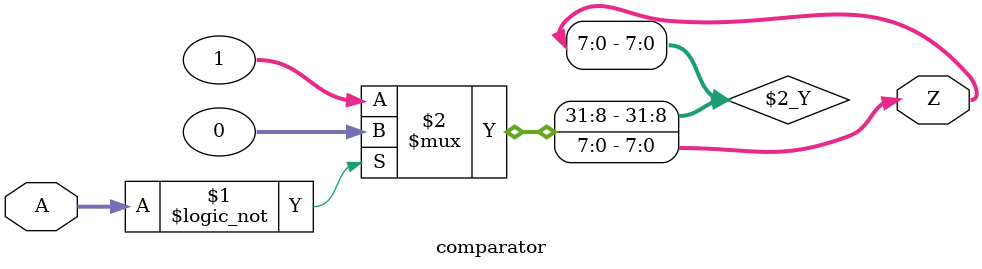
<source format=v>
`timescale 1ns / 1ps


module comparator(
    input [width-1:0] A,
    output [width-1:0] Z
    );
    parameter width = 8;
    assign Z = (A == 0) ? 0 : 1;
endmodule

</source>
